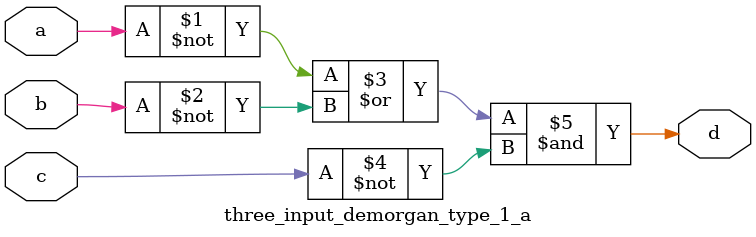
<source format=v>
`timescale 1ns / 1ps


module three_input_demorgan_type_1_a(
    input a,
    input b,
    input c,
    output d
);

assign d = ((~a) | (~b)) & (~c);

endmodule

</source>
